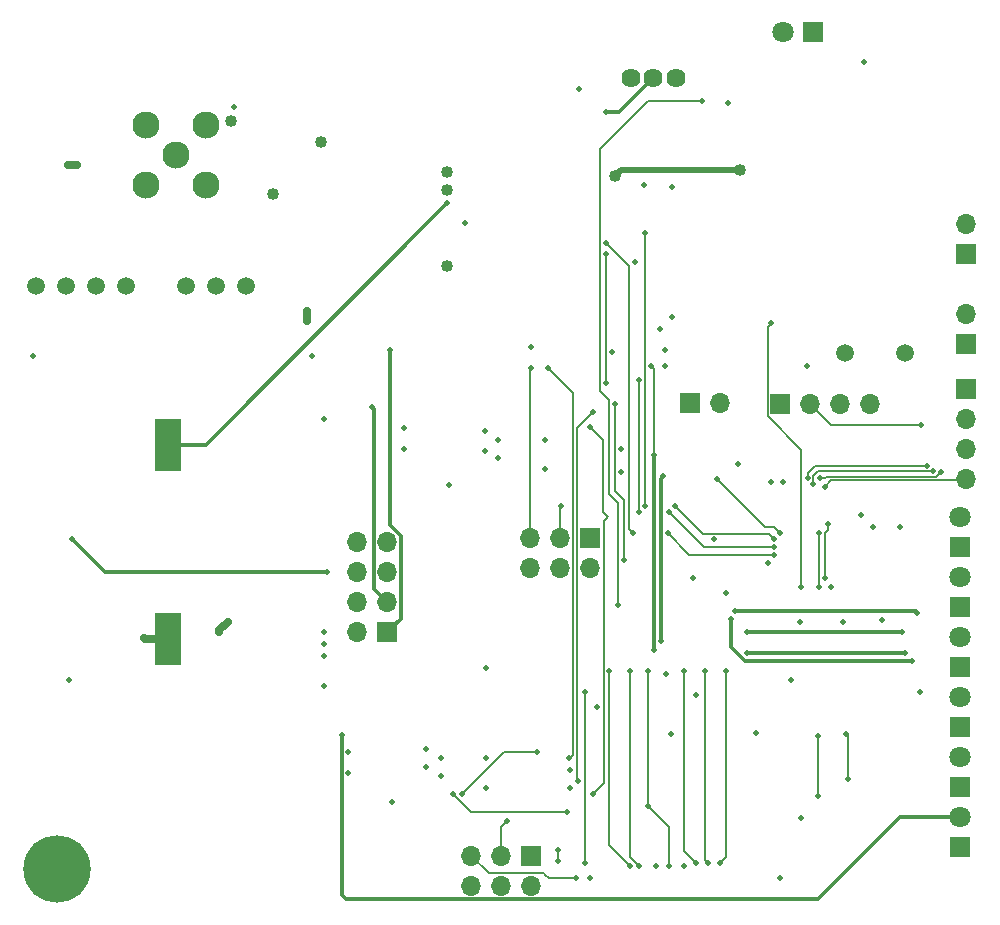
<source format=gbr>
G04 #@! TF.GenerationSoftware,KiCad,Pcbnew,(6.0.7)*
G04 #@! TF.CreationDate,2022-09-05T18:06:52-05:00*
G04 #@! TF.ProjectId,control_pcb,636f6e74-726f-46c5-9f70-63622e6b6963,3.1*
G04 #@! TF.SameCoordinates,Original*
G04 #@! TF.FileFunction,Copper,L4,Bot*
G04 #@! TF.FilePolarity,Positive*
%FSLAX46Y46*%
G04 Gerber Fmt 4.6, Leading zero omitted, Abs format (unit mm)*
G04 Created by KiCad (PCBNEW (6.0.7)) date 2022-09-05 18:06:52*
%MOMM*%
%LPD*%
G01*
G04 APERTURE LIST*
G04 #@! TA.AperFunction,ComponentPad*
%ADD10O,1.700000X1.700000*%
G04 #@! TD*
G04 #@! TA.AperFunction,ComponentPad*
%ADD11R,1.700000X1.700000*%
G04 #@! TD*
G04 #@! TA.AperFunction,ComponentPad*
%ADD12C,2.300000*%
G04 #@! TD*
G04 #@! TA.AperFunction,SMDPad,CuDef*
%ADD13R,2.300000X4.500000*%
G04 #@! TD*
G04 #@! TA.AperFunction,ComponentPad*
%ADD14C,1.500000*%
G04 #@! TD*
G04 #@! TA.AperFunction,ComponentPad*
%ADD15C,1.620000*%
G04 #@! TD*
G04 #@! TA.AperFunction,ComponentPad*
%ADD16C,5.700000*%
G04 #@! TD*
G04 #@! TA.AperFunction,ComponentPad*
%ADD17R,1.800000X1.800000*%
G04 #@! TD*
G04 #@! TA.AperFunction,ComponentPad*
%ADD18C,1.800000*%
G04 #@! TD*
G04 #@! TA.AperFunction,ComponentPad*
%ADD19C,1.509000*%
G04 #@! TD*
G04 #@! TA.AperFunction,ViaPad*
%ADD20C,0.508000*%
G04 #@! TD*
G04 #@! TA.AperFunction,ViaPad*
%ADD21C,1.016000*%
G04 #@! TD*
G04 #@! TA.AperFunction,Conductor*
%ADD22C,0.635000*%
G04 #@! TD*
G04 #@! TA.AperFunction,Conductor*
%ADD23C,0.304800*%
G04 #@! TD*
G04 #@! TA.AperFunction,Conductor*
%ADD24C,0.152400*%
G04 #@! TD*
G04 #@! TA.AperFunction,Conductor*
%ADD25C,0.508000*%
G04 #@! TD*
G04 APERTURE END LIST*
D10*
X154432000Y-135890000D03*
X154432000Y-133350000D03*
X154432000Y-130810000D03*
D11*
X154432000Y-128270000D03*
D12*
X84963000Y-105918000D03*
X90043000Y-105918000D03*
X84963000Y-110998000D03*
X90043000Y-110998000D03*
X87503000Y-108458000D03*
D13*
X86868000Y-132995000D03*
X86868000Y-149395000D03*
D14*
X144185000Y-125222000D03*
X149185000Y-125222000D03*
D10*
X133604000Y-129413000D03*
D11*
X131064000Y-129413000D03*
X138684000Y-129540000D03*
D10*
X141224000Y-129540000D03*
X143764000Y-129540000D03*
X146304000Y-129540000D03*
D15*
X129797001Y-101887001D03*
X127892001Y-101887001D03*
X125987001Y-101887001D03*
D16*
X77470000Y-168910000D03*
D11*
X122555000Y-140843000D03*
D10*
X122555000Y-143383000D03*
X120015000Y-140843000D03*
X120015000Y-143383000D03*
X117475000Y-140843000D03*
X117475000Y-143383000D03*
X112522000Y-170307000D03*
X112522000Y-167767000D03*
X115062000Y-170307000D03*
X115062000Y-167767000D03*
X117602000Y-170307000D03*
D11*
X117602000Y-167767000D03*
X154432000Y-124460000D03*
D10*
X154432000Y-121920000D03*
X154432000Y-114300000D03*
D11*
X154432000Y-116840000D03*
X105410000Y-148844000D03*
D10*
X102870000Y-148844000D03*
X105410000Y-146304000D03*
X102870000Y-146304000D03*
X105410000Y-143764000D03*
X102870000Y-143764000D03*
X105410000Y-141224000D03*
X102870000Y-141224000D03*
D17*
X153924000Y-141605000D03*
D18*
X153924000Y-139065000D03*
X153924000Y-144145000D03*
D17*
X153924000Y-146685000D03*
X141478000Y-98044000D03*
D18*
X138938000Y-98044000D03*
D17*
X153924000Y-156845000D03*
D18*
X153924000Y-154305000D03*
X153924000Y-149225000D03*
D17*
X153924000Y-151765000D03*
X153924000Y-167005000D03*
D18*
X153924000Y-164465000D03*
X153924000Y-159385000D03*
D17*
X153924000Y-161925000D03*
D19*
X93446000Y-119533200D03*
X90906000Y-119533200D03*
X88366000Y-119533200D03*
X83286000Y-119533200D03*
X80746000Y-119533200D03*
X78206000Y-119533200D03*
X75666000Y-119533200D03*
D20*
X129540000Y-111125000D03*
D21*
X110490000Y-117856000D03*
X95758000Y-111760000D03*
X99822000Y-107315000D03*
X92202000Y-105537000D03*
D20*
X128143000Y-168656000D03*
X129413000Y-157480000D03*
X136652000Y-157353000D03*
X122555000Y-169672000D03*
X138684000Y-169672000D03*
X146558000Y-139954000D03*
X137668000Y-143002000D03*
X140462000Y-164592000D03*
X127127000Y-110998000D03*
X125222000Y-133350000D03*
X125222000Y-135255000D03*
X110617000Y-136398000D03*
X113665000Y-133477000D03*
X113665000Y-131826000D03*
X118745000Y-132588000D03*
X106807000Y-131572000D03*
X106807000Y-133350000D03*
X108712000Y-158750000D03*
X108712000Y-160274000D03*
X102108000Y-160782000D03*
X102108000Y-159004000D03*
X105813868Y-163217868D03*
X120904000Y-160528000D03*
X120904000Y-162052000D03*
X113792000Y-159512000D03*
X121666000Y-102870000D03*
X126365000Y-117475000D03*
X129540000Y-122174000D03*
X124460000Y-125095000D03*
X128905000Y-124968000D03*
X148844000Y-139954000D03*
X131318000Y-144272000D03*
X140335000Y-147955000D03*
X147320000Y-147828000D03*
X100076000Y-150876000D03*
X91186000Y-148844000D03*
X91877000Y-147957000D03*
X84836000Y-149352000D03*
X78486000Y-152908000D03*
X135128000Y-134620000D03*
X133096000Y-140970000D03*
X140970000Y-126263400D03*
X75438000Y-125476000D03*
X99060000Y-125476000D03*
X100076000Y-130810000D03*
X143002000Y-145034000D03*
X138938000Y-136144000D03*
X100076000Y-153416000D03*
X98602800Y-122478800D03*
X79146400Y-109321600D03*
X78384400Y-109321600D03*
X98602800Y-121666000D03*
X110490000Y-112522000D03*
X125476000Y-142748000D03*
X124714000Y-129540000D03*
D21*
X110490000Y-111379000D03*
X110490000Y-109855000D03*
D20*
X112014000Y-114173000D03*
X134239000Y-104013000D03*
X117602000Y-124714000D03*
X118745000Y-135001000D03*
X113792000Y-151892000D03*
X113792000Y-162052000D03*
X128524000Y-123190000D03*
X128905000Y-126314199D03*
X145542000Y-138938000D03*
X144018000Y-147955000D03*
X137922000Y-136144000D03*
X145796000Y-100584000D03*
X131572000Y-154178000D03*
X129032000Y-152400000D03*
X123190000Y-155194000D03*
X109982000Y-159512000D03*
X109982000Y-161036000D03*
X130556000Y-168656000D03*
X114808000Y-132588000D03*
X114808000Y-134112000D03*
X134112000Y-145542000D03*
X92456000Y-104394000D03*
X139573000Y-152908000D03*
X150495000Y-153924000D03*
D21*
X124694599Y-110216599D03*
X135235600Y-109708600D03*
D20*
X150622000Y-131318000D03*
X142448600Y-136525000D03*
X142009750Y-135786750D03*
X152273000Y-135255000D03*
X141478000Y-136271000D03*
X151586388Y-135198676D03*
X140995400Y-135742678D03*
X151104600Y-134747000D03*
X133604000Y-168402000D03*
X134112000Y-152146000D03*
X140462000Y-145034000D03*
X137922000Y-122682000D03*
X124968000Y-146558000D03*
X132080000Y-103886000D03*
X138176000Y-140970000D03*
X129794000Y-138176000D03*
X127254000Y-138176000D03*
X127254000Y-115062000D03*
X138176000Y-141630403D03*
X129286000Y-138684000D03*
X126746000Y-138684000D03*
X123952000Y-116840000D03*
X126746000Y-127508000D03*
X123952000Y-127762000D03*
X138176000Y-142290806D03*
X129133600Y-140462000D03*
X126238000Y-140462000D03*
X123926600Y-115874801D03*
X135890000Y-148844000D03*
X148971000Y-148844000D03*
X135890000Y-150622000D03*
X149225000Y-150622000D03*
X134493000Y-147701000D03*
X149860000Y-151257000D03*
X134874000Y-147072600D03*
X150241000Y-147193000D03*
X101536500Y-157543500D03*
X105664000Y-124968000D03*
X104140000Y-129794000D03*
X100330000Y-143764000D03*
X78740000Y-140970000D03*
X120142000Y-138176000D03*
X117602000Y-126492000D03*
X125984000Y-168656000D03*
X124206000Y-152146000D03*
X126746000Y-168656000D03*
X125984000Y-152146000D03*
X129286000Y-168656000D03*
X127508000Y-163576000D03*
X127508000Y-152146000D03*
X115570000Y-164846000D03*
X131572000Y-168402000D03*
X130556000Y-152146000D03*
X119888000Y-167259000D03*
X119888000Y-168249600D03*
X132588000Y-168402000D03*
X132334000Y-152146000D03*
X110998000Y-162560000D03*
X120650000Y-164084000D03*
X111760000Y-162560000D03*
X118110000Y-159004000D03*
X122174000Y-153924000D03*
X122174000Y-168402000D03*
X121412000Y-169672000D03*
X133350000Y-135890000D03*
X141986000Y-145034000D03*
X141986000Y-140462000D03*
X138684000Y-140462000D03*
X128016000Y-150368000D03*
X128016000Y-133858000D03*
X127762000Y-126314199D03*
X142494000Y-144272000D03*
X142748000Y-139700000D03*
X128574800Y-149606000D03*
X128778000Y-135636000D03*
X118999000Y-126492000D03*
X120777000Y-159512000D03*
X123952000Y-104775000D03*
X100076000Y-148844000D03*
X100076000Y-149860000D03*
X122809000Y-130175000D03*
X121539000Y-161417000D03*
X144399000Y-161290000D03*
X144272000Y-157480000D03*
X122555000Y-131445000D03*
X122809000Y-162560000D03*
X141859000Y-162687000D03*
X141859000Y-157607000D03*
D22*
X91186000Y-148648000D02*
X91877000Y-147957000D01*
X91186000Y-148844000D02*
X91186000Y-148648000D01*
X84879000Y-149395000D02*
X84836000Y-149352000D01*
X86868000Y-149395000D02*
X84879000Y-149395000D01*
X79146400Y-109321600D02*
X78384400Y-109321600D01*
X98602800Y-122478800D02*
X98602800Y-121666000D01*
D23*
X90017000Y-132995000D02*
X110490000Y-112522000D01*
X86868000Y-132995000D02*
X90017000Y-132995000D01*
D24*
X125476000Y-142748000D02*
X125476000Y-137668000D01*
X124714000Y-136906000D02*
X124714000Y-129540000D01*
X125476000Y-137668000D02*
X124714000Y-136906000D01*
D25*
X125202598Y-109708600D02*
X135235600Y-109708600D01*
X124694599Y-110216599D02*
X125202598Y-109708600D01*
D24*
X143002000Y-131318000D02*
X150622000Y-131318000D01*
X141224000Y-129540000D02*
X143002000Y-131318000D01*
X142448600Y-136525000D02*
X142987513Y-135986087D01*
X154335913Y-135986087D02*
X154432000Y-135890000D01*
X142987513Y-135986087D02*
X154335913Y-135986087D01*
X151846723Y-135681277D02*
X152273000Y-135255000D01*
X142433804Y-135786750D02*
X142539277Y-135681277D01*
X142009750Y-135786750D02*
X142433804Y-135786750D01*
X142539277Y-135681277D02*
X151846723Y-135681277D01*
X151555463Y-135229601D02*
X151586388Y-135198676D01*
X141478000Y-135636000D02*
X141884399Y-135229601D01*
X141884399Y-135229601D02*
X151555463Y-135229601D01*
X141478000Y-136271000D02*
X141478000Y-135636000D01*
X140995400Y-135383468D02*
X140995400Y-135742678D01*
X141606468Y-134772400D02*
X140995400Y-135383468D01*
X151079200Y-134772400D02*
X151104600Y-134747000D01*
X141606468Y-134772400D02*
X151079200Y-134772400D01*
X134112000Y-167894000D02*
X134112000Y-152146000D01*
X133604000Y-168402000D02*
X134112000Y-167894000D01*
X137605399Y-122998601D02*
X137922000Y-122682000D01*
X137605399Y-130572881D02*
X137605399Y-122998601D01*
X140462000Y-133429482D02*
X137605399Y-130572881D01*
X140462000Y-145034000D02*
X140462000Y-133429482D01*
X127508000Y-103886000D02*
X132080000Y-103886000D01*
X123444000Y-107950000D02*
X127508000Y-103886000D01*
X123444000Y-128397000D02*
X123444000Y-107950000D01*
X124206000Y-129159000D02*
X123444000Y-128397000D01*
X124206000Y-137160000D02*
X124206000Y-129159000D01*
X124968000Y-137922000D02*
X124206000Y-137160000D01*
X124968000Y-146558000D02*
X124968000Y-137922000D01*
X137693399Y-140487399D02*
X132105399Y-140487399D01*
X138176000Y-140970000D02*
X137693399Y-140487399D01*
X132105399Y-140487399D02*
X129794000Y-138176000D01*
X127254000Y-138176000D02*
X127254000Y-115062000D01*
X132232403Y-141630403D02*
X129286000Y-138684000D01*
X138176000Y-141630403D02*
X132232403Y-141630403D01*
X126746000Y-138684000D02*
X126746000Y-127508000D01*
X123952000Y-127762000D02*
X123952000Y-116840000D01*
X130962406Y-142290806D02*
X129133600Y-140462000D01*
X138176000Y-142290806D02*
X130962406Y-142290806D01*
X126238000Y-140462000D02*
X125882399Y-140106399D01*
X125882399Y-140106399D02*
X125882399Y-121056399D01*
X125882399Y-117830600D02*
X123926600Y-115874801D01*
X125882399Y-121056399D02*
X125882399Y-117830600D01*
D23*
X135890000Y-148844000D02*
X148971000Y-148844000D01*
X135890000Y-150622000D02*
X149225000Y-150622000D01*
X135697974Y-151257000D02*
X149860000Y-151257000D01*
X134493000Y-150052026D02*
X135697974Y-151257000D01*
X134493000Y-147701000D02*
X134493000Y-150052026D01*
X150120600Y-147072600D02*
X150241000Y-147193000D01*
X134874000Y-147072600D02*
X150120600Y-147072600D01*
X101536500Y-157543500D02*
X101536500Y-171069000D01*
X101929301Y-171461801D02*
X141847199Y-171461801D01*
X101536500Y-171069000D02*
X101929301Y-171461801D01*
X148844000Y-164465000D02*
X153924000Y-164465000D01*
X141847199Y-171461801D02*
X148844000Y-164465000D01*
X105664000Y-139768894D02*
X105664000Y-124968000D01*
X106564801Y-140669695D02*
X105664000Y-139768894D01*
X106564801Y-147689199D02*
X106564801Y-140669695D01*
X105410000Y-148844000D02*
X106564801Y-147689199D01*
X104255199Y-129909199D02*
X104140000Y-129794000D01*
X104255199Y-145149199D02*
X104255199Y-129909199D01*
X105410000Y-146304000D02*
X104255199Y-145149199D01*
X81534000Y-143764000D02*
X78740000Y-140970000D01*
X100330000Y-143764000D02*
X81534000Y-143764000D01*
D24*
X120015000Y-138303000D02*
X120142000Y-138176000D01*
X120015000Y-140843000D02*
X120015000Y-138303000D01*
X117475000Y-126619000D02*
X117602000Y-126492000D01*
X117475000Y-140843000D02*
X117475000Y-126619000D01*
X124206000Y-166878000D02*
X124206000Y-152146000D01*
X125984000Y-168656000D02*
X124206000Y-166878000D01*
X125984000Y-167894000D02*
X125984000Y-152146000D01*
X126746000Y-168656000D02*
X125984000Y-167894000D01*
X127508000Y-163576000D02*
X127508000Y-152146000D01*
X115062000Y-165354000D02*
X115570000Y-164846000D01*
X115062000Y-167767000D02*
X115062000Y-165354000D01*
X129286000Y-165354000D02*
X127508000Y-163576000D01*
X129286000Y-168656000D02*
X129286000Y-165354000D01*
X130556000Y-167386000D02*
X130556000Y-152146000D01*
X131572000Y-168402000D02*
X130556000Y-167386000D01*
X119888000Y-167259000D02*
X119888000Y-168249600D01*
X132334000Y-168148000D02*
X132334000Y-152146000D01*
X132588000Y-168402000D02*
X132334000Y-168148000D01*
X112522000Y-164084000D02*
X120650000Y-164084000D01*
X110998000Y-162560000D02*
X112522000Y-164084000D01*
X115316000Y-159004000D02*
X118110000Y-159004000D01*
X111760000Y-162560000D02*
X115316000Y-159004000D01*
X122174000Y-153924000D02*
X122174000Y-168402000D01*
X121412000Y-169672000D02*
X119075934Y-169672000D01*
X113983399Y-169228399D02*
X118632333Y-169228399D01*
X118632333Y-169228399D02*
X118783467Y-169379533D01*
X112522000Y-167767000D02*
X113983399Y-169228399D01*
X119075934Y-169672000D02*
X118783467Y-169379533D01*
X133350000Y-135890000D02*
X136652000Y-139192000D01*
X141986000Y-145034000D02*
X141986000Y-140462000D01*
X138684000Y-140462000D02*
X138176000Y-139954000D01*
X137414000Y-139954000D02*
X133350000Y-135890000D01*
X138176000Y-139954000D02*
X137414000Y-139954000D01*
D23*
X128016000Y-150368000D02*
X128016000Y-133858000D01*
D24*
X128016000Y-126568199D02*
X128016000Y-133858000D01*
X127762000Y-126314199D02*
X128016000Y-126568199D01*
X142494000Y-140462000D02*
X142494000Y-144272000D01*
X142748000Y-140208000D02*
X142494000Y-140462000D01*
X142748000Y-139700000D02*
X142748000Y-140208000D01*
D23*
X128574800Y-135839200D02*
X128778000Y-135636000D01*
X128574800Y-149606000D02*
X128574800Y-135839200D01*
D24*
X121093601Y-159195399D02*
X120777000Y-159512000D01*
X121093601Y-128586601D02*
X121093601Y-159195399D01*
X118999000Y-126492000D02*
X121093601Y-128586601D01*
D23*
X127892001Y-102212999D02*
X127892001Y-101887001D01*
X125004002Y-104775000D02*
X127892001Y-101887001D01*
X123952000Y-104775000D02*
X125004002Y-104775000D01*
D24*
X121476399Y-161354399D02*
X121539000Y-161417000D01*
X121476399Y-131507601D02*
X121476399Y-161354399D01*
X122809000Y-130175000D02*
X121476399Y-131507601D01*
X144399000Y-157607000D02*
X144272000Y-157480000D01*
X144399000Y-161290000D02*
X144399000Y-157607000D01*
X123633601Y-132523601D02*
X123633601Y-138619601D01*
X122555000Y-131445000D02*
X123633601Y-132523601D01*
X123633601Y-138619601D02*
X124079000Y-139065000D01*
X123723399Y-139420601D02*
X123723399Y-161645601D01*
X123723399Y-161645601D02*
X122809000Y-162560000D01*
X124079000Y-139065000D02*
X123723399Y-139420601D01*
X141859000Y-162687000D02*
X141859000Y-157607000D01*
M02*

</source>
